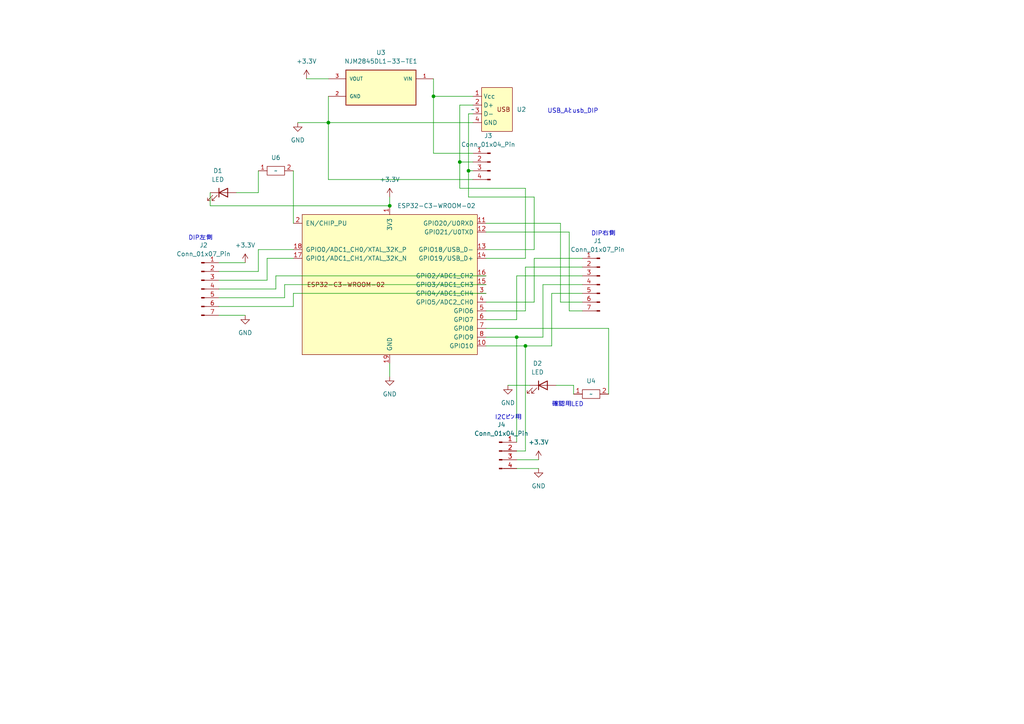
<source format=kicad_sch>
(kicad_sch (version 20230121) (generator eeschema)
  (paper "A4")
  (lib_symbols
    (symbol "1_My_CustomSymbols:NJM2845DL1-33-TE1" (pin_names (offset 1.016))
      (property "Reference" "U" (at -10.1731 5.8495 0))
      (property "Value" "NJM2845DL1-33-TE1" (at -10.1621 -7.6216 0))
      (symbol "NJM2845DL1-33-TE1_0_0"
        (rectangle (start -10.16 -5.08) (end 10.16 5.08) (stroke (width 0.254)) (fill (type background)))
        (pin input line (at -15.24 2.54 0) (length 5.08) (name "VIN") (number "1"))
        (pin power_in line (at 15.24 -2.54 180) (length 5.08) (name "GND") (number "2"))
        (pin output line (at 15.24 2.54 180) (length 5.08) (name "VOUT") (number "3"))
      )
    )
    (symbol "1_My_CustomSymbols:PCB_USB_Connecter"
      (property "Reference" "U" (at 0 0 0))
      (symbol "PCB_USB_Connecter_1_1"
        (rectangle (start 2.54 6.35) (end 11.43 -6.35) (fill (type background)))
        (text "USB" (at 8.89 0 0) (effects (font (size 1.27 1.27))))
        (pin power_in line (at 0 3.81 0) (length 2.54) (name "Vcc") (number "1"))
        (pin bidirectional line (at 0 1.27 0) (length 2.54) (name "D+") (number "2"))
        (pin bidirectional line (at 0 -1.27 0) (length 2.54) (name "D-") (number "3"))
        (pin power_in line (at 0 -3.81 0) (length 2.54) (name "GND") (number "4"))
      )
    )
    (symbol "Connector:Conn_01x04_Pin" (pin_names (offset 1.016) hide)
      (property "Reference" "J" (at 0 5.08 0))
      (property "Value" "Conn_01x04_Pin" (at 0 -7.62 0))
      (symbol "Conn_01x04_Pin_1_1"
        (polyline (pts (xy 1.27 -5.08) (xy 0.8636 -5.08)) (stroke (width 0.1524)))
        (polyline (pts (xy 1.27 -2.54) (xy 0.8636 -2.54)) (stroke (width 0.1524)))
        (polyline (pts (xy 1.27 0) (xy 0.8636 0)) (stroke (width 0.1524)))
        (polyline (pts (xy 1.27 2.54) (xy 0.8636 2.54)) (stroke (width 0.1524)))
        (rectangle (start 0.8636 -4.953) (end 0 -5.207) (stroke (width 0.1524)) (fill (type outline)))
        (rectangle (start 0.8636 -2.413) (end 0 -2.667) (stroke (width 0.1524)) (fill (type outline)))
        (rectangle (start 0.8636 0.127) (end 0 -0.127) (stroke (width 0.1524)) (fill (type outline)))
        (rectangle (start 0.8636 2.667) (end 0 2.413) (stroke (width 0.1524)) (fill (type outline)))
        (pin passive line (at 5.08 2.54 180) (length 3.81) (name "Pin_1") (number "1"))
        (pin passive line (at 5.08 0 180) (length 3.81) (name "Pin_2") (number "2"))
        (pin passive line (at 5.08 -2.54 180) (length 3.81) (name "Pin_3") (number "3"))
        (pin passive line (at 5.08 -5.08 180) (length 3.81) (name "Pin_4") (number "4"))
      )
    )
    (symbol "Connector:Conn_01x07_Pin" (pin_names (offset 1.016) hide)
      (property "Reference" "J" (at 0 10.16 0))
      (property "Value" "Conn_01x07_Pin" (at 0 -10.16 0))
      (symbol "Conn_01x07_Pin_1_1"
        (polyline (pts (xy 1.27 -7.62) (xy 0.8636 -7.62)) (stroke (width 0.1524)))
        (polyline (pts (xy 1.27 -5.08) (xy 0.8636 -5.08)) (stroke (width 0.1524)))
        (polyline (pts (xy 1.27 -2.54) (xy 0.8636 -2.54)) (stroke (width 0.1524)))
        (polyline (pts (xy 1.27 0) (xy 0.8636 0)) (stroke (width 0.1524)))
        (polyline (pts (xy 1.27 2.54) (xy 0.8636 2.54)) (stroke (width 0.1524)))
        (polyline (pts (xy 1.27 5.08) (xy 0.8636 5.08)) (stroke (width 0.1524)))
        (polyline (pts (xy 1.27 7.62) (xy 0.8636 7.62)) (stroke (width 0.1524)))
        (rectangle (start 0.8636 -7.493) (end 0 -7.747) (stroke (width 0.1524)) (fill (type outline)))
        (rectangle (start 0.8636 -4.953) (end 0 -5.207) (stroke (width 0.1524)) (fill (type outline)))
        (rectangle (start 0.8636 -2.413) (end 0 -2.667) (stroke (width 0.1524)) (fill (type outline)))
        (rectangle (start 0.8636 0.127) (end 0 -0.127) (stroke (width 0.1524)) (fill (type outline)))
        (rectangle (start 0.8636 2.667) (end 0 2.413) (stroke (width 0.1524)) (fill (type outline)))
        (rectangle (start 0.8636 5.207) (end 0 4.953) (stroke (width 0.1524)) (fill (type outline)))
        (rectangle (start 0.8636 7.747) (end 0 7.493) (stroke (width 0.1524)) (fill (type outline)))
        (pin passive line (at 5.08 7.62 180) (length 3.81) (name "Pin_1") (number "1"))
        (pin passive line (at 5.08 5.08 180) (length 3.81) (name "Pin_2") (number "2"))
        (pin passive line (at 5.08 2.54 180) (length 3.81) (name "Pin_3") (number "3"))
        (pin passive line (at 5.08 0 180) (length 3.81) (name "Pin_4") (number "4"))
        (pin passive line (at 5.08 -2.54 180) (length 3.81) (name "Pin_5") (number "5"))
        (pin passive line (at 5.08 -5.08 180) (length 3.81) (name "Pin_6") (number "6"))
        (pin passive line (at 5.08 -7.62 180) (length 3.81) (name "Pin_7") (number "7"))
      )
    )
    (symbol "Device:LED" (pin_numbers hide) (pin_names (offset 1.016) hide)
      (property "Reference" "D" (at 0 2.54 0))
      (property "Value" "LED" (at 0 -2.54 0))
      (symbol "LED_0_1"
        (polyline (pts (xy -1.27 -1.27) (xy -1.27 1.27)) (stroke (width 0.254)))
        (polyline (pts (xy -1.27 0) (xy 1.27 0)))
        (polyline (pts (xy 1.27 -1.27) (xy 1.27 1.27) (xy -1.27 0) (xy 1.27 -1.27)) (stroke (width 0.254)))
        (polyline (pts (xy -3.048 -0.762) (xy -4.572 -2.286) (xy -3.81 -2.286) (xy -4.572 -2.286) (xy -4.572 -1.524)))
        (polyline (pts (xy -1.778 -0.762) (xy -3.302 -2.286) (xy -2.54 -2.286) (xy -3.302 -2.286) (xy -3.302 -1.524)))
      )
      (symbol "LED_1_1"
        (pin passive line (at -3.81 0 0) (length 2.54) (name "K") (number "1"))
        (pin passive line (at 3.81 0 180) (length 2.54) (name "A") (number "2"))
      )
    )
    (symbol "Espressif:ESP32-C3-WROOM-02" (pin_names (offset 1.016))
      (property "Reference" "U" (at -25.4 25.4 0))
      (property "Value" "ESP32-C3-WROOM-02" (at -25.4 22.86 0))
      (symbol "ESP32-C3-WROOM-02_0_0"
        (text "ESP32-C3-WROOM-02" (at -12.7 0 0) (effects (font (size 1.27 1.27))))
      )
      (symbol "ESP32-C3-WROOM-02_0_1"
        (rectangle (start 25.4 20.32) (end -25.4 -20.32) (fill (type background)))
      )
      (symbol "ESP32-C3-WROOM-02_1_1"
        (pin power_in line (at 0 22.86 270) (length 2.54) (name "3V3") (number "1"))
        (pin bidirectional line (at 27.94 -17.78 180) (length 2.54) (name "GPIO10") (number "10"))
        (pin bidirectional line (at 27.94 17.78 180) (length 2.54) (name "GPIO20/U0RXD") (number "11"))
        (pin bidirectional line (at 27.94 15.24 180) (length 2.54) (name "GPIO21/U0TXD") (number "12"))
        (pin bidirectional line (at 27.94 10.16 180) (length 2.54) (name "GPIO18/USB_D-") (number "13"))
        (pin bidirectional line (at 27.94 7.62 180) (length 2.54) (name "GPIO19/USB_D+") (number "14"))
        (pin bidirectional line (at 27.94 0 180) (length 2.54) (name "GPIO3/ADC1_CH3") (number "15"))
        (pin bidirectional line (at 27.94 2.54 180) (length 2.54) (name "GPIO2/ADC1_CH2") (number "16"))
        (pin bidirectional line (at -27.94 7.62 0) (length 2.54) (name "GPIO1/ADC1_CH1/XTAL_32K_N") (number "17"))
        (pin bidirectional line (at -27.94 10.16 0) (length 2.54) (name "GPIO0/ADC1_CH0/XTAL_32K_P") (number "18"))
        (pin power_in line (at 0 -22.86 90) (length 2.54) (name "GND") (number "19"))
        (pin input line (at -27.94 17.78 0) (length 2.54) (name "EN/CHIP_PU") (number "2"))
        (pin bidirectional line (at 27.94 -2.54 180) (length 2.54) (name "GPIO4/ADC1_CH4") (number "3"))
        (pin bidirectional line (at 27.94 -5.08 180) (length 2.54) (name "GPIO5/ADC2_CH0") (number "4"))
        (pin bidirectional line (at 27.94 -7.62 180) (length 2.54) (name "GPIO6") (number "5"))
        (pin bidirectional line (at 27.94 -10.16 180) (length 2.54) (name "GPIO7") (number "6"))
        (pin bidirectional line (at 27.94 -12.7 180) (length 2.54) (name "GPIO8") (number "7"))
        (pin bidirectional line (at 27.94 -15.24 180) (length 2.54) (name "GPIO9") (number "8"))
        (pin passive line (at 0 -22.86 90) (length 2.54) hide (name "GND") (number "9"))
      )
    )
    (symbol "Register(1608)_1"
      (property "Reference" "U" (at 0 0 0))
      (symbol "Register(1608)_1_0_1"
        (rectangle (start -5.08 0) (end -2.54 0))
        (rectangle (start -2.54 1.27) (end 2.54 -1.27))
      )
      (symbol "Register(1608)_1_1_1"
        (rectangle (start 2.54 0) (end 5.08 0))
        (pin input line (at -5.08 0 0) (length 2.54) (name "") (number "1"))
        (pin input line (at 5.08 0 180) (length 2.54) (name "") (number "2"))
      )
    )
    (symbol "Register(1608)_2"
      (property "Reference" "U" (at 0 0 0))
      (symbol "Register(1608)_2_0_1"
        (rectangle (start -5.08 0) (end -2.54 0))
        (rectangle (start -2.54 1.27) (end 2.54 -1.27))
      )
      (symbol "Register(1608)_2_1_1"
        (rectangle (start 2.54 0) (end 5.08 0))
        (pin input line (at -5.08 0 0) (length 2.54) (name "") (number "1"))
        (pin input line (at 5.08 0 180) (length 2.54) (name "") (number "2"))
      )
    )
    (symbol "power:+3.3V" (power) (pin_names (offset 0))
      (property "Value" "+3.3V" (at 0 3.556 0))
      (symbol "+3.3V_0_1"
        (polyline (pts (xy -0.762 1.27) (xy 0 2.54)))
        (polyline (pts (xy 0 0) (xy 0 2.54)))
        (polyline (pts (xy 0 2.54) (xy 0.762 1.27)))
      )
      (symbol "+3.3V_1_1"
        (pin power_in line (at 0 0 90) (length 0) hide (name "+3.3V") (number "1"))
      )
    )
    (symbol "power:GND" (power) (pin_names (offset 0))
      (property "Value" "GND" (at 0 -3.81 0))
      (symbol "GND_0_1"
        (polyline (pts (xy 0 0) (xy 0 -1.27) (xy 1.27 -1.27) (xy 0 -2.54) (xy -1.27 -1.27) (xy 0 -1.27)))
      )
      (symbol "GND_1_1"
        (pin power_in line (at 0 0 270) (length 0) hide (name "GND") (number "1"))
      )
    )
  )
  (junction (at 149.86 97.79))
  (junction (at 152.4 100.33))
  (junction (at 95.25 35.56))
  (junction (at 113.03 59.69))
  (junction (at 135.89 49.53))
  (junction (at 133.35 46.99))
  (junction (at 125.73 27.94))
  (wire (pts (xy 85.09 85.09) (xy 85.09 88.9)))
  (wire (pts (xy 133.35 46.99) (xy 137.16 46.99)))
  (wire (pts (xy 77.47 81.28) (xy 63.5 81.28)))
  (wire (pts (xy 140.97 92.71) (xy 149.86 92.71)))
  (wire (pts (xy 165.1 90.17) (xy 165.1 67.31)))
  (wire (pts (xy 82.55 82.55) (xy 82.55 86.36)))
  (wire (pts (xy 77.47 74.93) (xy 77.47 81.28)))
  (wire (pts (xy 149.86 133.35) (xy 156.21 133.35)))
  (wire (pts (xy 157.48 97.79) (xy 149.86 97.79)))
  (wire (pts (xy 149.86 97.79) (xy 140.97 97.79)))
  (wire (pts (xy 162.56 64.77) (xy 140.97 64.77)))
  (wire (pts (xy 140.97 72.39) (xy 154.94 72.39)))
  (wire (pts (xy 140.97 100.33) (xy 152.4 100.33)))
  (wire (pts (xy 160.02 85.09) (xy 160.02 100.33)))
  (wire (pts (xy 63.5 86.36) (xy 82.55 86.36)))
  (wire (pts (xy 86.36 35.56) (xy 95.25 35.56)))
  (wire (pts (xy 140.97 74.93) (xy 152.4 74.93)))
  (wire (pts (xy 137.16 52.07) (xy 95.25 52.07)))
  (wire (pts (xy 68.58 55.88) (xy 74.93 55.88)))
  (wire (pts (xy 63.5 76.2) (xy 71.12 76.2)))
  (wire (pts (xy 176.53 95.25) (xy 176.53 114.3)))
  (wire (pts (xy 168.91 82.55) (xy 157.48 82.55)))
  (wire (pts (xy 85.09 49.53) (xy 85.09 64.77)))
  (wire (pts (xy 168.91 85.09) (xy 160.02 85.09)))
  (wire (pts (xy 60.96 59.69) (xy 113.03 59.69)))
  (wire (pts (xy 140.97 87.63) (xy 154.94 87.63)))
  (wire (pts (xy 140.97 85.09) (xy 85.09 85.09)))
  (wire (pts (xy 168.91 90.17) (xy 165.1 90.17)))
  (wire (pts (xy 125.73 27.94) (xy 125.73 44.45)))
  (wire (pts (xy 60.96 55.88) (xy 60.96 59.69)))
  (wire (pts (xy 137.16 35.56) (xy 95.25 35.56)))
  (wire (pts (xy 140.97 80.01) (xy 80.01 80.01)))
  (wire (pts (xy 168.91 87.63) (xy 162.56 87.63)))
  (wire (pts (xy 154.94 57.15) (xy 135.89 57.15)))
  (wire (pts (xy 135.89 49.53) (xy 137.16 49.53)))
  (wire (pts (xy 88.9 22.86) (xy 95.25 22.86)))
  (wire (pts (xy 149.86 92.71) (xy 149.86 80.01)))
  (wire (pts (xy 152.4 74.93) (xy 152.4 54.61)))
  (wire (pts (xy 147.32 111.76) (xy 153.67 111.76)))
  (wire (pts (xy 160.02 100.33) (xy 152.4 100.33)))
  (wire (pts (xy 149.86 80.01) (xy 168.91 80.01)))
  (wire (pts (xy 74.93 72.39) (xy 74.93 78.74)))
  (wire (pts (xy 154.94 72.39) (xy 154.94 57.15)))
  (wire (pts (xy 63.5 78.74) (xy 74.93 78.74)))
  (wire (pts (xy 162.56 87.63) (xy 162.56 64.77)))
  (wire (pts (xy 149.86 135.89) (xy 156.21 135.89)))
  (wire (pts (xy 154.94 87.63) (xy 154.94 74.93)))
  (wire (pts (xy 149.86 128.27) (xy 149.86 97.79)))
  (wire (pts (xy 74.93 72.39) (xy 85.09 72.39)))
  (wire (pts (xy 135.89 33.02) (xy 135.89 49.53)))
  (wire (pts (xy 166.37 111.76) (xy 166.37 114.3)))
  (wire (pts (xy 152.4 100.33) (xy 152.4 130.81)))
  (wire (pts (xy 95.25 27.94) (xy 95.25 35.56)))
  (wire (pts (xy 140.97 90.17) (xy 152.4 90.17)))
  (wire (pts (xy 135.89 57.15) (xy 135.89 49.53)))
  (wire (pts (xy 152.4 130.81) (xy 149.86 130.81)))
  (wire (pts (xy 80.01 83.82) (xy 63.5 83.82)))
  (wire (pts (xy 74.93 49.53) (xy 74.93 55.88)))
  (wire (pts (xy 176.53 95.25) (xy 140.97 95.25)))
  (wire (pts (xy 125.73 22.86) (xy 125.73 27.94)))
  (wire (pts (xy 133.35 30.48) (xy 133.35 46.99)))
  (wire (pts (xy 133.35 46.99) (xy 133.35 54.61)))
  (wire (pts (xy 63.5 91.44) (xy 71.12 91.44)))
  (wire (pts (xy 140.97 82.55) (xy 82.55 82.55)))
  (wire (pts (xy 137.16 33.02) (xy 135.89 33.02)))
  (wire (pts (xy 165.1 67.31) (xy 140.97 67.31)))
  (wire (pts (xy 113.03 105.41) (xy 113.03 109.22)))
  (wire (pts (xy 152.4 54.61) (xy 133.35 54.61)))
  (wire (pts (xy 80.01 80.01) (xy 80.01 83.82)))
  (wire (pts (xy 113.03 57.15) (xy 113.03 59.69)))
  (wire (pts (xy 137.16 30.48) (xy 133.35 30.48)))
  (wire (pts (xy 137.16 44.45) (xy 125.73 44.45)))
  (wire (pts (xy 152.4 77.47) (xy 168.91 77.47)))
  (wire (pts (xy 157.48 82.55) (xy 157.48 97.79)))
  (wire (pts (xy 95.25 35.56) (xy 95.25 52.07)))
  (wire (pts (xy 161.29 111.76) (xy 166.37 111.76)))
  (wire (pts (xy 152.4 90.17) (xy 152.4 77.47)))
  (wire (pts (xy 154.94 74.93) (xy 168.91 74.93)))
  (wire (pts (xy 137.16 27.94) (xy 125.73 27.94)))
  (wire (pts (xy 63.5 88.9) (xy 85.09 88.9)))
  (wire (pts (xy 85.09 74.93) (xy 77.47 74.93)))
  (text "確認用LED" (at 160.02 118.11 0) (effects (font (size 1.27 1.27)) (justify left bottom)))
  (text "USB_Aとusb_DIP" (at 158.75 33.02 0) (effects (font (size 1.27 1.27)) (justify left bottom)))
  (text "DIP右側" (at 171.45 68.58 0) (effects (font (size 1.27 1.27)) (justify left bottom)))
  (text "I2Cピン用" (at 143.51 121.92 0) (effects (font (size 1.27 1.27)) (justify left bottom)))
  (text "DIP左側\n" (at 54.61 69.85 0) (effects (font (size 1.27 1.27)) (justify left bottom)))
  (symbol (lib_id "Connector:Conn_01x04_Pin") (at 144.78 130.81 0) (unit 1)
    (property "Reference" "J4" (at 145.415 123.19 0))
    (property "Value" "Conn_01x04_Pin" (at 145.415 125.73 0))
    (property "Footprint" "1_My_CustomFootprints:Conn_Pin_1x4" (effects hide))
  )
  (symbol (lib_id "Device:LED") (at 157.48 111.76 0) (unit 1)
    (property "Reference" "D2" (at 155.8925 105.41 0))
    (property "Value" "LED" (at 155.8925 107.95 0))
    (property "Footprint" "LED_SMD:LED_0603_1608Metric" (effects hide))
  )
  (symbol (lib_id "power:GND") (at 86.36 35.56 0) (unit 1)
    (property "Reference" "#PWR04" (effects hide))
    (property "Value" "GND" (at 86.36 40.64 0))
  )
  (symbol (lib_id "Connector:Conn_01x04_Pin") (at 142.24 46.99 0) (mirror y) (unit 1)
    (property "Reference" "J3" (at 141.605 39.37 0))
    (property "Value" "Conn_01x04_Pin" (at 141.605 41.91 0))
    (property "Footprint" "1_My_CustomFootprints:Conn_Pin_1x4" (effects hide))
  )
  (symbol (lib_id "power:+3.3V") (at 113.03 57.15 0) (unit 1)
    (property "Reference" "#PWR02" (effects hide))
    (property "Value" "+3.3V" (at 113.03 52.07 0))
  )
  (symbol (lib_id "power:+3.3V") (at 156.21 133.35 0) (unit 1)
    (property "Reference" "#PWR07" (effects hide))
    (property "Value" "+3.3V" (at 156.21 128.27 0))
  )
  (symbol (lib_id "power:+3.3V") (at 88.9 22.86 0) (unit 1)
    (property "Reference" "#PWR01" (effects hide))
    (property "Value" "+3.3V" (at 88.9 17.78 0))
  )
  (symbol (lib_id "1_My_CustomSymbols:NJM2845DL1-33-TE1") (at 110.49 25.4 0) (mirror y) (unit 1)
    (property "Reference" "U3" (at 110.49 15.24 0))
    (property "Value" "NJM2845DL1-33-TE1" (at 110.49 17.78 0))
    (property "Footprint" "1_My_CustomFootprints:DPAK228P968X238-4N" (effects hide))
    (property "PARTREV" "2012-10-31" (effects hide))
    (property "STANDARD" "IPC 7351B" (effects hide))
    (property "MANUFACTURER" "JRC" (effects hide))
  )
  (symbol (lib_id "power:GND") (at 156.21 135.89 0) (unit 1)
    (property "Reference" "#PWR06" (effects hide))
    (property "Value" "GND" (at 156.21 140.97 0))
  )
  (symbol (lib_id "power:GND") (at 71.12 91.44 0) (unit 1)
    (property "Reference" "#PWR09" (effects hide))
    (property "Value" "GND" (at 71.12 96.52 0))
  )
  (symbol (lib_name "Register(1608)_2") (lib_id "1_My_CustomSymbols:Register(1608)") (at 80.01 49.53 0) (unit 1)
    (property "Reference" "U6" (at 80.01 45.72 0))
    (property "Value" "~" (at 80.01 49.53 0))
  )
  (symbol (lib_id "Connector:Conn_01x07_Pin") (at 173.99 82.55 0) (mirror y) (unit 1)
    (property "Reference" "J1" (at 173.355 69.85 0))
    (property "Value" "Conn_01x07_Pin" (at 173.355 72.39 0))
    (property "Footprint" "1_My_CustomFootprints:Conn_Pin1x7" (effects hide))
  )
  (symbol (lib_id "power:GND") (at 113.03 109.22 0) (unit 1)
    (property "Reference" "#PWR03" (effects hide))
    (property "Value" "GND" (at 113.03 114.3 0))
  )
  (symbol (lib_id "1_My_CustomSymbols:PCB_USB_Connecter") (at 137.16 31.75 0) (unit 1)
    (property "Reference" "U2" (at 149.86 31.75 0) (effects (justify left)))
    (property "Value" "~" (at 137.16 31.75 0))
    (property "Footprint" "1_My_CustomFootprints:PCB_USB_Connecter" (effects hide))
  )
  (symbol (lib_id "Device:LED") (at 64.77 55.88 0) (unit 1)
    (property "Reference" "D1" (at 63.1825 49.53 0))
    (property "Value" "LED" (at 63.1825 52.07 0))
    (property "Footprint" "LED_SMD:LED_0603_1608Metric" (effects hide))
  )
  (symbol (lib_id "Connector:Conn_01x07_Pin") (at 58.42 83.82 0) (unit 1)
    (property "Reference" "J2" (at 59.055 71.12 0))
    (property "Value" "Conn_01x07_Pin" (at 59.055 73.66 0))
    (property "Footprint" "1_My_CustomFootprints:Conn_Pin1x7" (effects hide))
  )
  (symbol (lib_id "power:+3.3V") (at 71.12 76.2 0) (unit 1)
    (property "Reference" "#PWR08" (effects hide))
    (property "Value" "+3.3V" (at 71.12 71.12 0))
  )
  (symbol (lib_id "Espressif:ESP32-C3-WROOM-02") (at 113.03 82.55 0) (unit 1)
    (property "Reference" "U1" (effects hide))
    (property "Value" "ESP32-C3-WROOM-02" (at 115.2241 59.69 0) (effects (justify left)))
    (property "Footprint" "Espressif:ESP32-C3-WROOM-02" (effects hide))
    (property "Datasheet" "https://www.espressif.com/sites/default/files/documentation/esp32-c3-wroom-02_datasheet_en.pdf" (effects hide))
  )
  (symbol (lib_name "Register(1608)_1") (lib_id "1_My_CustomSymbols:Register(1608)") (at 171.45 114.3 0) (unit 1)
    (property "Reference" "U4" (at 171.45 110.49 0))
    (property "Value" "~" (at 171.45 114.3 0))
  )
  (symbol (lib_id "power:GND") (at 147.32 111.76 0) (unit 1)
    (property "Reference" "#PWR05" (effects hide))
    (property "Value" "GND" (at 147.32 116.84 0))
  )
)
</source>
